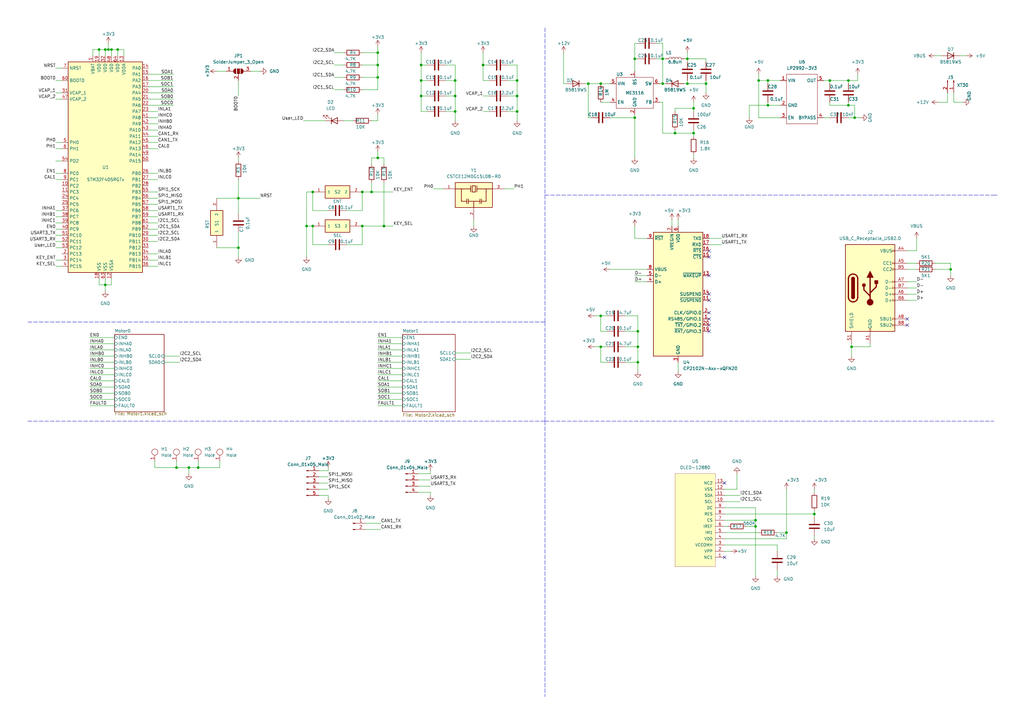
<source format=kicad_sch>
(kicad_sch (version 20211123) (generator eeschema)
  (paper "A3")
  (junction (at 97.79 101.6))
  (junction (at 322.58 218.44))
  (junction (at 125.73 92.71))
  (junction (at 45.72 20.32))
  (junction (at 154.94 26.67))
  (junction (at 246.38 34.29))
  (junction (at 212.09 39.37))
  (junction (at 198.12 26.67))
  (junction (at 154.94 21.59))
  (junction (at 309.88 215.9))
  (junction (at 309.88 213.36))
  (junction (at 43.18 116.84))
  (junction (at 40.64 20.32))
  (junction (at 44.45 20.32))
  (junction (at 172.72 39.37))
  (junction (at 97.79 81.28))
  (junction (at 347.98 33.02))
  (junction (at 152.4 78.74))
  (junction (at 314.96 33.02))
  (junction (at 128.27 78.74))
  (junction (at 349.25 142.24))
  (junction (at 212.09 33.02))
  (junction (at 281.94 24.13))
  (junction (at 334.01 210.82))
  (junction (at 261.62 135.89))
  (junction (at 48.26 20.32))
  (junction (at 72.39 191.77))
  (junction (at 148.59 78.74))
  (junction (at 157.48 92.71))
  (junction (at 154.94 31.75))
  (junction (at 128.27 92.71))
  (junction (at 260.35 24.13))
  (junction (at 340.36 33.02))
  (junction (at 389.89 110.49))
  (junction (at 314.96 43.18))
  (junction (at 246.38 129.54))
  (junction (at 148.59 92.71))
  (junction (at 284.48 54.61))
  (junction (at 261.62 148.59))
  (junction (at 81.28 191.77))
  (junction (at 289.56 34.29))
  (junction (at 271.78 24.13))
  (junction (at 311.15 33.02))
  (junction (at 347.98 43.18))
  (junction (at 241.3 34.29))
  (junction (at 212.09 45.72))
  (junction (at 246.38 142.24))
  (junction (at 172.72 33.02))
  (junction (at 43.18 20.32))
  (junction (at 271.78 34.29))
  (junction (at 260.35 48.26))
  (junction (at 284.48 44.45))
  (junction (at 77.47 191.77))
  (junction (at 350.52 48.26))
  (junction (at 186.69 45.72))
  (junction (at 261.62 142.24))
  (junction (at 281.94 34.29))
  (junction (at 154.94 64.77))
  (junction (at 186.69 39.37))
  (junction (at 172.72 26.67))
  (junction (at 276.86 54.61))
  (junction (at 186.69 33.02))
  (no_connect (at 290.83 120.65))
  (no_connect (at 290.83 128.27))
  (no_connect (at 290.83 133.35))
  (no_connect (at 290.83 105.41))
  (no_connect (at 372.11 130.81))
  (no_connect (at 290.83 123.19))
  (no_connect (at 290.83 130.81))
  (no_connect (at 290.83 102.87))
  (no_connect (at 297.18 228.6))
  (no_connect (at 297.18 198.12))
  (no_connect (at 290.83 135.89))
  (no_connect (at 290.83 113.03))
  (no_connect (at 372.11 133.35))
  (wire (pts (xy 97.79 81.28) (xy 106.68 81.28)))
  (wire (pts (xy 351.79 30.48) (xy 351.79 33.02)))
  (wire (pts (xy 322.58 220.98) (xy 322.58 218.44)))
  (wire (pts (xy 154.94 143.51) (xy 165.1 143.51)))
  (wire (pts (xy 372.11 110.49) (xy 375.92 110.49)))
  (wire (pts (xy 67.31 146.05) (xy 73.66 146.05)))
  (polyline (pts (xy 407.67 80.01) (xy 408.94 80.01)))
  (wire (pts (xy 40.64 20.32) (xy 40.64 22.86)))
  (wire (pts (xy 240.03 34.29) (xy 241.3 34.29)))
  (wire (pts (xy 186.69 39.37) (xy 186.69 45.72)))
  (wire (pts (xy 284.48 45.72) (xy 284.48 44.45)))
  (wire (pts (xy 60.96 93.98) (xy 64.77 93.98)))
  (wire (pts (xy 81.28 189.23) (xy 81.28 191.77)))
  (polyline (pts (xy 223.52 11.43) (xy 223.52 80.01)))
  (wire (pts (xy 64.77 53.34) (xy 60.96 53.34)))
  (wire (pts (xy 22.86 73.66) (xy 25.4 73.66)))
  (wire (pts (xy 67.31 148.59) (xy 73.66 148.59)))
  (wire (pts (xy 350.52 48.26) (xy 353.06 48.26)))
  (wire (pts (xy 60.96 86.36) (xy 64.77 86.36)))
  (polyline (pts (xy 223.52 172.72) (xy 223.52 285.75)))
  (wire (pts (xy 72.39 189.23) (xy 72.39 191.77)))
  (wire (pts (xy 271.78 24.13) (xy 273.05 24.13)))
  (wire (pts (xy 64.77 45.72) (xy 60.96 45.72)))
  (wire (pts (xy 134.62 193.04) (xy 134.62 191.77)))
  (wire (pts (xy 22.86 27.94) (xy 25.4 27.94)))
  (wire (pts (xy 278.13 90.17) (xy 278.13 92.71)))
  (wire (pts (xy 200.66 33.02) (xy 198.12 33.02)))
  (wire (pts (xy 207.01 77.47) (xy 210.82 77.47)))
  (wire (pts (xy 36.83 148.59) (xy 46.99 148.59)))
  (wire (pts (xy 43.18 114.3) (xy 43.18 116.84)))
  (wire (pts (xy 36.83 151.13) (xy 46.99 151.13)))
  (wire (pts (xy 241.3 34.29) (xy 246.38 34.29)))
  (wire (pts (xy 64.77 104.14) (xy 60.96 104.14)))
  (wire (pts (xy 281.94 34.29) (xy 281.94 33.02)))
  (wire (pts (xy 154.94 19.05) (xy 154.94 21.59)))
  (wire (pts (xy 134.62 198.12) (xy 130.81 198.12)))
  (wire (pts (xy 337.82 48.26) (xy 340.36 48.26)))
  (wire (pts (xy 281.94 21.59) (xy 281.94 24.13)))
  (wire (pts (xy 154.94 140.97) (xy 165.1 140.97)))
  (wire (pts (xy 280.67 34.29) (xy 281.94 34.29)))
  (wire (pts (xy 269.24 24.13) (xy 271.78 24.13)))
  (wire (pts (xy 140.97 49.53) (xy 144.78 49.53)))
  (wire (pts (xy 38.1 22.86) (xy 38.1 20.32)))
  (wire (pts (xy 372.11 102.87) (xy 375.92 102.87)))
  (wire (pts (xy 250.19 110.49) (xy 265.43 110.49)))
  (wire (pts (xy 22.86 60.96) (xy 25.4 60.96)))
  (wire (pts (xy 186.69 33.02) (xy 186.69 39.37)))
  (wire (pts (xy 148.59 36.83) (xy 154.94 36.83)))
  (wire (pts (xy 171.45 199.39) (xy 176.53 199.39)))
  (wire (pts (xy 171.45 194.31) (xy 176.53 194.31)))
  (wire (pts (xy 154.94 151.13) (xy 165.1 151.13)))
  (wire (pts (xy 297.18 220.98) (xy 322.58 220.98)))
  (wire (pts (xy 270.51 34.29) (xy 271.78 34.29)))
  (wire (pts (xy 97.79 81.28) (xy 97.79 87.63)))
  (wire (pts (xy 88.9 81.28) (xy 97.79 81.28)))
  (wire (pts (xy 22.86 33.02) (xy 25.4 33.02)))
  (wire (pts (xy 128.27 100.33) (xy 128.27 92.71)))
  (wire (pts (xy 36.83 153.67) (xy 46.99 153.67)))
  (wire (pts (xy 154.94 163.83) (xy 165.1 163.83)))
  (wire (pts (xy 22.86 91.44) (xy 25.4 91.44)))
  (wire (pts (xy 22.86 40.64) (xy 25.4 40.64)))
  (wire (pts (xy 276.86 54.61) (xy 284.48 54.61)))
  (wire (pts (xy 43.18 20.32) (xy 43.18 22.86)))
  (wire (pts (xy 350.52 43.18) (xy 350.52 48.26)))
  (wire (pts (xy 36.83 158.75) (xy 46.99 158.75)))
  (wire (pts (xy 311.15 48.26) (xy 320.04 48.26)))
  (wire (pts (xy 297.18 205.74) (xy 303.53 205.74)))
  (wire (pts (xy 22.86 101.6) (xy 25.4 101.6)))
  (wire (pts (xy 260.35 115.57) (xy 265.43 115.57)))
  (wire (pts (xy 36.83 146.05) (xy 46.99 146.05)))
  (wire (pts (xy 375.92 97.79) (xy 375.92 102.87)))
  (wire (pts (xy 260.35 24.13) (xy 260.35 29.21)))
  (wire (pts (xy 250.19 48.26) (xy 260.35 48.26)))
  (wire (pts (xy 198.12 26.67) (xy 200.66 26.67)))
  (wire (pts (xy 256.54 129.54) (xy 261.62 129.54)))
  (wire (pts (xy 36.83 161.29) (xy 46.99 161.29)))
  (wire (pts (xy 157.48 64.77) (xy 157.48 67.31)))
  (wire (pts (xy 340.36 43.18) (xy 347.98 43.18)))
  (wire (pts (xy 337.82 33.02) (xy 340.36 33.02)))
  (wire (pts (xy 198.12 39.37) (xy 200.66 39.37)))
  (wire (pts (xy 137.16 31.75) (xy 140.97 31.75)))
  (polyline (pts (xy 223.52 80.01) (xy 407.67 80.01)))
  (wire (pts (xy 148.59 92.71) (xy 157.48 92.71)))
  (wire (pts (xy 128.27 86.36) (xy 128.27 78.74)))
  (wire (pts (xy 154.94 161.29) (xy 165.1 161.29)))
  (wire (pts (xy 246.38 148.59) (xy 246.38 142.24)))
  (wire (pts (xy 289.56 34.29) (xy 289.56 38.1)))
  (wire (pts (xy 154.94 158.75) (xy 165.1 158.75)))
  (wire (pts (xy 154.94 62.23) (xy 154.94 64.77)))
  (wire (pts (xy 64.77 58.42) (xy 60.96 58.42)))
  (wire (pts (xy 246.38 34.29) (xy 250.19 34.29)))
  (wire (pts (xy 43.18 116.84) (xy 43.18 119.38)))
  (wire (pts (xy 271.78 24.13) (xy 271.78 34.29)))
  (wire (pts (xy 284.48 44.45) (xy 276.86 44.45)))
  (wire (pts (xy 186.69 144.78) (xy 193.04 144.78)))
  (wire (pts (xy 290.83 100.33) (xy 295.91 100.33)))
  (wire (pts (xy 44.45 17.78) (xy 44.45 20.32)))
  (wire (pts (xy 241.3 48.26) (xy 242.57 48.26)))
  (wire (pts (xy 311.15 48.26) (xy 311.15 33.02)))
  (wire (pts (xy 186.69 147.32) (xy 193.04 147.32)))
  (wire (pts (xy 256.54 135.89) (xy 261.62 135.89)))
  (wire (pts (xy 64.77 55.88) (xy 60.96 55.88)))
  (wire (pts (xy 241.3 34.29) (xy 241.3 48.26)))
  (wire (pts (xy 314.96 33.02) (xy 314.96 34.29)))
  (wire (pts (xy 77.47 191.77) (xy 81.28 191.77)))
  (wire (pts (xy 72.39 191.77) (xy 77.47 191.77)))
  (wire (pts (xy 38.1 20.32) (xy 40.64 20.32)))
  (wire (pts (xy 63.5 191.77) (xy 72.39 191.77)))
  (wire (pts (xy 391.16 38.1) (xy 391.16 41.91)))
  (wire (pts (xy 260.35 24.13) (xy 261.62 24.13)))
  (wire (pts (xy 64.77 73.66) (xy 60.96 73.66)))
  (wire (pts (xy 128.27 78.74) (xy 125.73 78.74)))
  (wire (pts (xy 172.72 33.02) (xy 172.72 39.37)))
  (wire (pts (xy 347.98 48.26) (xy 350.52 48.26)))
  (wire (pts (xy 22.86 88.9) (xy 25.4 88.9)))
  (wire (pts (xy 349.25 142.24) (xy 349.25 140.97)))
  (wire (pts (xy 154.94 148.59) (xy 165.1 148.59)))
  (wire (pts (xy 349.25 142.24) (xy 349.25 146.05)))
  (wire (pts (xy 383.54 110.49) (xy 389.89 110.49)))
  (wire (pts (xy 22.86 58.42) (xy 25.4 58.42)))
  (wire (pts (xy 208.28 45.72) (xy 212.09 45.72)))
  (wire (pts (xy 243.84 129.54) (xy 246.38 129.54)))
  (wire (pts (xy 322.58 200.66) (xy 322.58 218.44)))
  (wire (pts (xy 246.38 142.24) (xy 248.92 142.24)))
  (wire (pts (xy 372.11 118.11) (xy 375.92 118.11)))
  (wire (pts (xy 154.94 31.75) (xy 154.94 26.67)))
  (wire (pts (xy 148.59 86.36) (xy 148.59 78.74)))
  (wire (pts (xy 297.18 226.06) (xy 299.72 226.06)))
  (wire (pts (xy 130.81 193.04) (xy 134.62 193.04)))
  (wire (pts (xy 171.45 201.93) (xy 176.53 201.93)))
  (wire (pts (xy 154.94 36.83) (xy 154.94 31.75)))
  (wire (pts (xy 22.86 96.52) (xy 25.4 96.52)))
  (wire (pts (xy 149.86 217.17) (xy 156.21 217.17)))
  (wire (pts (xy 171.45 196.85) (xy 176.53 196.85)))
  (wire (pts (xy 176.53 194.31) (xy 176.53 193.04)))
  (wire (pts (xy 125.73 78.74) (xy 125.73 92.71)))
  (wire (pts (xy 175.26 26.67) (xy 172.72 26.67)))
  (wire (pts (xy 212.09 45.72) (xy 212.09 49.53)))
  (wire (pts (xy 22.86 86.36) (xy 25.4 86.36)))
  (wire (pts (xy 22.86 93.98) (xy 25.4 93.98)))
  (wire (pts (xy 302.26 194.31) (xy 302.26 200.66)))
  (wire (pts (xy 208.28 26.67) (xy 212.09 26.67)))
  (wire (pts (xy 284.48 63.5) (xy 284.48 64.77)))
  (wire (pts (xy 157.48 92.71) (xy 161.29 92.71)))
  (wire (pts (xy 88.9 29.21) (xy 92.71 29.21)))
  (wire (pts (xy 97.79 73.66) (xy 97.79 81.28)))
  (wire (pts (xy 281.94 24.13) (xy 281.94 25.4)))
  (wire (pts (xy 40.64 114.3) (xy 40.64 116.84)))
  (wire (pts (xy 334.01 200.66) (xy 334.01 201.93)))
  (wire (pts (xy 63.5 189.23) (xy 63.5 191.77)))
  (wire (pts (xy 137.16 26.67) (xy 140.97 26.67)))
  (wire (pts (xy 137.16 21.59) (xy 140.97 21.59)))
  (wire (pts (xy 314.96 43.18) (xy 320.04 43.18)))
  (wire (pts (xy 356.87 142.24) (xy 349.25 142.24)))
  (wire (pts (xy 124.46 49.53) (xy 133.35 49.53)))
  (wire (pts (xy 256.54 148.59) (xy 261.62 148.59)))
  (wire (pts (xy 44.45 20.32) (xy 45.72 20.32)))
  (wire (pts (xy 22.86 71.12) (xy 25.4 71.12)))
  (wire (pts (xy 71.12 30.48) (xy 60.96 30.48)))
  (wire (pts (xy 265.43 97.79) (xy 260.35 97.79)))
  (wire (pts (xy 71.12 40.64) (xy 60.96 40.64)))
  (wire (pts (xy 260.35 17.78) (xy 260.35 24.13)))
  (wire (pts (xy 64.77 109.22) (xy 60.96 109.22)))
  (wire (pts (xy 130.81 203.2) (xy 134.62 203.2)))
  (wire (pts (xy 64.77 83.82) (xy 60.96 83.82)))
  (wire (pts (xy 383.54 22.86) (xy 386.08 22.86)))
  (wire (pts (xy 43.18 116.84) (xy 45.72 116.84)))
  (polyline (pts (xy 11.43 172.72) (xy 223.52 172.72)))
  (wire (pts (xy 372.11 115.57) (xy 375.92 115.57)))
  (wire (pts (xy 194.31 90.17) (xy 194.31 92.71)))
  (wire (pts (xy 289.56 33.02) (xy 289.56 34.29)))
  (wire (pts (xy 22.86 38.1) (xy 25.4 38.1)))
  (wire (pts (xy 271.78 54.61) (xy 276.86 54.61)))
  (wire (pts (xy 97.79 64.77) (xy 97.79 66.04)))
  (wire (pts (xy 152.4 64.77) (xy 154.94 64.77)))
  (wire (pts (xy 50.8 20.32) (xy 50.8 22.86)))
  (wire (pts (xy 297.18 200.66) (xy 302.26 200.66)))
  (wire (pts (xy 284.48 54.61) (xy 284.48 55.88)))
  (wire (pts (xy 152.4 74.93) (xy 152.4 78.74)))
  (wire (pts (xy 297.18 215.9) (xy 298.45 215.9)))
  (wire (pts (xy 322.58 218.44) (xy 318.77 218.44)))
  (wire (pts (xy 97.79 33.02) (xy 97.79 39.37)))
  (wire (pts (xy 149.86 214.63) (xy 156.21 214.63)))
  (wire (pts (xy 142.24 100.33) (xy 148.59 100.33)))
  (wire (pts (xy 384.81 41.91) (xy 388.62 41.91)))
  (wire (pts (xy 172.72 39.37) (xy 172.72 45.72)))
  (wire (pts (xy 134.62 195.58) (xy 130.81 195.58)))
  (wire (pts (xy 172.72 39.37) (xy 175.26 39.37)))
  (wire (pts (xy 64.77 48.26) (xy 60.96 48.26)))
  (wire (pts (xy 64.77 78.74) (xy 60.96 78.74)))
  (wire (pts (xy 172.72 26.67) (xy 172.72 33.02)))
  (wire (pts (xy 307.34 43.18) (xy 307.34 48.26)))
  (wire (pts (xy 297.18 203.2) (xy 303.53 203.2)))
  (wire (pts (xy 271.78 17.78) (xy 271.78 24.13)))
  (wire (pts (xy 314.96 41.91) (xy 314.96 43.18)))
  (wire (pts (xy 154.94 64.77) (xy 157.48 64.77)))
  (wire (pts (xy 246.38 41.91) (xy 250.19 41.91)))
  (wire (pts (xy 134.62 203.2) (xy 134.62 204.47)))
  (wire (pts (xy 81.28 191.77) (xy 90.17 191.77)))
  (wire (pts (xy 356.87 140.97) (xy 356.87 142.24)))
  (wire (pts (xy 261.62 148.59) (xy 261.62 152.4)))
  (wire (pts (xy 388.62 38.1) (xy 388.62 41.91)))
  (wire (pts (xy 142.24 86.36) (xy 148.59 86.36)))
  (wire (pts (xy 182.88 26.67) (xy 186.69 26.67)))
  (wire (pts (xy 134.62 86.36) (xy 128.27 86.36)))
  (wire (pts (xy 198.12 26.67) (xy 198.12 33.02)))
  (wire (pts (xy 261.62 17.78) (xy 260.35 17.78)))
  (wire (pts (xy 261.62 135.89) (xy 261.62 142.24)))
  (wire (pts (xy 334.01 209.55) (xy 334.01 210.82)))
  (wire (pts (xy 36.83 166.37) (xy 46.99 166.37)))
  (wire (pts (xy 71.12 43.18) (xy 60.96 43.18)))
  (wire (pts (xy 152.4 67.31) (xy 152.4 64.77)))
  (wire (pts (xy 40.64 116.84) (xy 43.18 116.84)))
  (wire (pts (xy 43.18 20.32) (xy 44.45 20.32)))
  (wire (pts (xy 309.88 213.36) (xy 309.88 215.9)))
  (wire (pts (xy 64.77 71.12) (xy 60.96 71.12)))
  (wire (pts (xy 309.88 215.9) (xy 309.88 236.22)))
  (wire (pts (xy 271.78 41.91) (xy 271.78 54.61)))
  (wire (pts (xy 154.94 21.59) (xy 148.59 21.59)))
  (wire (pts (xy 71.12 33.02) (xy 60.96 33.02)))
  (wire (pts (xy 60.96 88.9) (xy 64.77 88.9)))
  (wire (pts (xy 256.54 142.24) (xy 261.62 142.24)))
  (wire (pts (xy 311.15 30.48) (xy 311.15 33.02)))
  (wire (pts (xy 198.12 21.59) (xy 198.12 26.67)))
  (wire (pts (xy 276.86 53.34) (xy 276.86 54.61)))
  (wire (pts (xy 186.69 45.72) (xy 186.69 49.53)))
  (wire (pts (xy 172.72 21.59) (xy 172.72 26.67)))
  (wire (pts (xy 261.62 142.24) (xy 261.62 148.59)))
  (wire (pts (xy 248.92 135.89) (xy 246.38 135.89)))
  (wire (pts (xy 22.86 66.04) (xy 25.4 66.04)))
  (wire (pts (xy 154.94 138.43) (xy 165.1 138.43)))
  (wire (pts (xy 278.13 148.59) (xy 278.13 152.4)))
  (wire (pts (xy 22.86 106.68) (xy 25.4 106.68)))
  (wire (pts (xy 383.54 107.95) (xy 389.89 107.95)))
  (wire (pts (xy 340.36 33.02) (xy 347.98 33.02)))
  (wire (pts (xy 340.36 33.02) (xy 340.36 34.29)))
  (wire (pts (xy 389.89 107.95) (xy 389.89 110.49)))
  (wire (pts (xy 154.94 146.05) (xy 165.1 146.05)))
  (wire (pts (xy 36.83 163.83) (xy 46.99 163.83)))
  (wire (pts (xy 45.72 114.3) (xy 45.72 116.84)))
  (wire (pts (xy 157.48 74.93) (xy 157.48 92.71)))
  (wire (pts (xy 64.77 106.68) (xy 60.96 106.68)))
  (wire (pts (xy 269.24 17.78) (xy 271.78 17.78)))
  (wire (pts (xy 289.56 25.4) (xy 289.56 24.13)))
  (wire (pts (xy 212.09 26.67) (xy 212.09 33.02)))
  (wire (pts (xy 281.94 34.29) (xy 289.56 34.29)))
  (wire (pts (xy 347.98 43.18) (xy 350.52 43.18)))
  (wire (pts (xy 90.17 191.77) (xy 90.17 189.23)))
  (wire (pts (xy 60.96 99.06) (xy 64.77 99.06)))
  (wire (pts (xy 88.9 101.6) (xy 97.79 101.6)))
  (wire (pts (xy 260.35 46.99) (xy 260.35 48.26)))
  (wire (pts (xy 36.83 143.51) (xy 46.99 143.51)))
  (wire (pts (xy 318.77 233.68) (xy 318.77 236.22)))
  (wire (pts (xy 320.04 33.02) (xy 314.96 33.02)))
  (wire (pts (xy 48.26 20.32) (xy 48.26 22.86)))
  (wire (pts (xy 77.47 191.77) (xy 77.47 194.31)))
  (wire (pts (xy 176.53 201.93) (xy 176.53 203.2)))
  (wire (pts (xy 154.94 49.53) (xy 152.4 49.53)))
  (wire (pts (xy 125.73 92.71) (xy 125.73 105.41)))
  (wire (pts (xy 276.86 44.45) (xy 276.86 45.72)))
  (wire (pts (xy 246.38 129.54) (xy 248.92 129.54)))
  (wire (pts (xy 148.59 31.75) (xy 154.94 31.75)))
  (wire (pts (xy 297.18 210.82) (xy 334.01 210.82)))
  (wire (pts (xy 154.94 26.67) (xy 154.94 21.59)))
  (wire (pts (xy 297.18 208.28) (xy 309.88 208.28)))
  (wire (pts (xy 297.18 218.44) (xy 311.15 218.44)))
  (wire (pts (xy 243.84 142.24) (xy 246.38 142.24)))
  (wire (pts (xy 246.38 129.54) (xy 246.38 135.89)))
  (wire (pts (xy 275.59 90.17) (xy 275.59 92.71)))
  (wire (pts (xy 297.18 223.52) (xy 318.77 223.52)))
  (wire (pts (xy 231.14 34.29) (xy 232.41 34.29)))
  (wire (pts (xy 175.26 45.72) (xy 172.72 45.72)))
  (wire (pts (xy 309.88 208.28) (xy 309.88 213.36)))
  (wire (pts (xy 148.59 100.33) (xy 148.59 92.71)))
  (wire (pts (xy 347.98 43.18) (xy 347.98 41.91)))
  (wire (pts (xy 71.12 35.56) (xy 60.96 35.56)))
  (wire (pts (xy 182.88 45.72) (xy 186.69 45.72)))
  (polyline (pts (xy 223.52 172.72) (xy 407.67 172.72)))
  (wire (pts (xy 172.72 33.02) (xy 175.26 33.02)))
  (wire (pts (xy 97.79 95.25) (xy 97.79 101.6)))
  (wire (pts (xy 271.78 34.29) (xy 273.05 34.29)))
  (wire (pts (xy 134.62 200.66) (xy 130.81 200.66)))
  (wire (pts (xy 309.88 215.9) (xy 306.07 215.9)))
  (wire (pts (xy 186.69 26.67) (xy 186.69 33.02)))
  (wire (pts (xy 347.98 33.02) (xy 347.98 34.29)))
  (wire (pts (xy 347.98 33.02) (xy 351.79 33.02)))
  (wire (pts (xy 64.77 60.96) (xy 60.96 60.96)))
  (polyline (pts (xy 11.43 132.08) (xy 223.52 132.08)))
  (wire (pts (xy 45.72 20.32) (xy 48.26 20.32)))
  (wire (pts (xy 208.28 33.02) (xy 212.09 33.02)))
  (wire (pts (xy 372.11 120.65) (xy 375.92 120.65)))
  (wire (pts (xy 284.48 53.34) (xy 284.48 54.61)))
  (wire (pts (xy 372.11 107.95) (xy 375.92 107.95)))
  (wire (pts (xy 182.88 33.02) (xy 186.69 33.02)))
  (wire (pts (xy 152.4 78.74) (xy 161.29 78.74)))
  (wire (pts (xy 389.89 110.49) (xy 389.89 113.03)))
  (wire (pts (xy 212.09 39.37) (xy 212.09 45.72)))
  (wire (pts (xy 36.83 140.97) (xy 46.99 140.97)))
  (wire (pts (xy 64.77 81.28) (xy 60.96 81.28)))
  (wire (pts (xy 137.16 36.83) (xy 140.97 36.83)))
  (wire (pts (xy 212.09 33.02) (xy 212.09 39.37)))
  (wire (pts (xy 60.96 96.52) (xy 64.77 96.52)))
  (wire (pts (xy 60.96 91.44) (xy 64.77 91.44)))
  (wire (pts (xy 261.62 129.54) (xy 261.62 135.89)))
  (wire (pts (xy 260.35 113.03) (xy 265.43 113.03)))
  (wire (pts (xy 311.15 33.02) (xy 314.96 33.02)))
  (wire (pts (xy 154.94 166.37) (xy 165.1 166.37)))
  (wire (pts (xy 284.48 41.91) (xy 284.48 44.45)))
  (wire (pts (xy 22.86 99.06) (xy 25.4 99.06)))
  (wire (pts (xy 290.83 97.79) (xy 295.91 97.79)))
  (polyline (pts (xy 223.52 80.01) (xy 223.52 132.08)))
  (wire (pts (xy 182.88 39.37) (xy 186.69 39.37)))
  (wire (pts (xy 64.77 50.8) (xy 60.96 50.8)))
  (wire (pts (xy 198.12 45.72) (xy 200.66 45.72)))
  (wire (pts (xy 297.18 213.36) (xy 309.88 213.36)))
  (wire (pts (xy 340.36 41.91) (xy 340.36 43.18)))
  (wire (pts (xy 260.35 48.26) (xy 260.35 64.77)))
  (wire (pts (xy 280.67 24.13) (xy 281.94 24.13)))
  (wire (pts (xy 307.34 43.18) (xy 314.96 43.18)))
  (wire (pts (xy 154.94 156.21) (xy 165.1 156.21)))
  (wire (pts (xy 36.83 138.43) (xy 46.99 138.43)))
  (wire (pts (xy 334.01 219.71) (xy 334.01 220.98)))
  (wire (pts (xy 391.16 41.91) (xy 394.97 41.91)))
  (wire (pts (xy 248.92 148.59) (xy 246.38 148.59)))
  (wire (pts (xy 334.01 210.82) (xy 334.01 212.09)))
  (wire (pts (xy 260.35 92.71) (xy 260.35 97.79)))
  (wire (pts (xy 71.12 38.1) (xy 60.96 38.1)))
  (wire (pts (xy 177.8 77.47) (xy 181.61 77.47)))
  (wire (pts (xy 281.94 24.13) (xy 289.56 24.13)))
  (wire (pts (xy 125.73 92.71) (xy 128.27 92.71)))
  (wire (pts (xy 270.51 41.91) (xy 271.78 41.91)))
  (wire (pts (xy 102.87 29.21) (xy 106.68 29.21)))
  (wire (pts (xy 134.62 100.33) (xy 128.27 100.33)))
  (wire (pts (xy 154.94 46.99) (xy 154.94 49.53)))
  (wire (pts (xy 45.72 20.32) (xy 45.72 22.86)))
  (wire (pts (xy 231.14 21.59) (xy 231.14 34.29)))
  (wire (pts (xy 97.79 101.6) (xy 97.79 105.41)))
  (wire (pts (xy 22.86 109.22) (xy 25.4 109.22)))
  (polyline (pts (xy 223.52 132.08) (xy 223.52 172.72)))
  (wire (pts (xy 154.94 153.67) (xy 165.1 153.67)))
  (wire (pts (xy 148.59 26.67) (xy 154.94 26.67)))
  (wire (pts (xy 40.64 20.32) (xy 43.18 20.32)))
  (wire (pts (xy 372.11 123.19) (xy 375.92 123.19)))
  (wire (pts (xy 36.83 156.21) (xy 46.99 156.21)))
  (wire (pts (xy 393.7 22.86) (xy 396.24 22.86)))
  (wire (pts (xy 208.28 39.37) (xy 212.09 39.37)))
  (wire (pts (xy 318.77 223.52) (xy 318.77 226.06)))
  (wire (pts (xy 148.59 78.74) (xy 152.4 78.74)))
  (wire (pts (xy 48.26 20.32) (xy 50.8 20.32)))
  (label "FAULT1" (at 154.94 166.37 0))
  (label "INLB0" (at 64.77 71.12 0))
  (label "BOOT0" (at 22.86 33.02 180))
  (label "User_LED" (at 124.46 49.53 180))
  (label "VCAP_2" (at 198.12 45.72 180))
  (label "SOB1" (at 71.12 33.02 180))
  (label "PH1" (at 22.86 60.96 180))
  (label "VCAP_1" (at 198.12 39.37 180))
  (label "INHA1" (at 22.86 86.36 180))
  (label "CAN1_TX" (at 156.21 214.63 0))
  (label "CAN1_TX" (at 64.77 58.42 0))
  (label "I2C1_SCL" (at 64.77 91.44 0))
  (label "INLC1" (at 154.94 153.67 0))
  (label "INHC0" (at 36.83 151.13 0))
  (label "I2C2_SDA" (at 137.16 21.59 180))
  (label "INHA0" (at 36.83 140.97 0))
  (label "USART3_TX" (at 176.53 199.39 0))
  (label "INLA1" (at 154.94 143.51 0))
  (label "VCAP_1" (at 22.86 38.1 180))
  (label "SOB1" (at 154.94 161.29 0))
  (label "D-" (at 375.92 115.57 0))
  (label "SOA1" (at 71.12 30.48 180))
  (label "INHC1" (at 154.94 151.13 0))
  (label "I2C2_SCL" (at 64.77 96.52 0))
  (label "CAL1" (at 154.94 156.21 0))
  (label "I2C1_SDA" (at 137.16 31.75 180))
  (label "D-" (at 375.92 118.11 0))
  (label "USART1_TX" (at 295.91 100.33 0))
  (label "I2C1_SDA" (at 64.77 93.98 0))
  (label "SPI1_SCK" (at 134.62 200.66 0))
  (label "USART3_TX" (at 22.86 96.52 180))
  (label "INLA0" (at 64.77 104.14 0))
  (label "KEY_SEL" (at 161.29 92.71 0))
  (label "I2C2_SDA" (at 73.66 148.59 0))
  (label "I2C1_SCL" (at 303.53 205.74 0))
  (label "INLC1" (at 64.77 109.22 0))
  (label "USART1_RX" (at 64.77 88.9 0))
  (label "BOOT0" (at 97.79 39.37 270))
  (label "I2C2_SCL" (at 137.16 26.67 180))
  (label "INLA0" (at 36.83 143.51 0))
  (label "EN1" (at 154.94 138.43 0))
  (label "SOC1" (at 154.94 163.83 0))
  (label "PH1" (at 210.82 77.47 0))
  (label "CAL1" (at 22.86 73.66 180))
  (label "SPI1_MOSI" (at 134.62 195.58 0))
  (label "USART1_RX" (at 295.91 97.79 0))
  (label "SPI1_MISO" (at 134.62 198.12 0))
  (label "EN1" (at 22.86 71.12 180))
  (label "INHC1" (at 22.86 91.44 180))
  (label "SPI1_SCK" (at 64.77 78.74 0))
  (label "INHC0" (at 64.77 48.26 0))
  (label "KEY_SEL" (at 22.86 109.22 180))
  (label "SOC1" (at 71.12 35.56 180))
  (label "KEY_ENT" (at 161.29 78.74 0))
  (label "SOB0" (at 71.12 40.64 180))
  (label "User_LED" (at 22.86 101.6 180))
  (label "I2C2_SDA" (at 64.77 99.06 0))
  (label "INHA1" (at 154.94 140.97 0))
  (label "I2C2_SCL" (at 193.04 144.78 0))
  (label "INLB1" (at 154.94 148.59 0))
  (label "CAL0" (at 64.77 60.96 0))
  (label "PH0" (at 22.86 58.42 180))
  (label "INHB0" (at 36.83 146.05 0))
  (label "D+" (at 375.92 123.19 0))
  (label "FAULT0" (at 36.83 166.37 0))
  (label "I2C1_SCL" (at 137.16 36.83 180))
  (label "USART3_RX" (at 22.86 99.06 180))
  (label "INLB1" (at 64.77 106.68 0))
  (label "INHB1" (at 22.86 88.9 180))
  (label "USART3_RX" (at 176.53 196.85 0))
  (label "EN0" (at 22.86 93.98 180))
  (label "CAN1_RX" (at 156.21 217.17 0))
  (label "VCAP_2" (at 22.86 40.64 180))
  (label "SPI1_MOSI" (at 64.77 83.82 0))
  (label "D+" (at 260.35 115.57 0))
  (label "PH0" (at 177.8 77.47 180))
  (label "EN0" (at 36.83 138.43 0))
  (label "I2C2_SDA" (at 193.04 147.32 0))
  (label "INLA1" (at 64.77 45.72 0))
  (label "SPI1_MISO" (at 64.77 81.28 0))
  (label "SOC0" (at 36.83 163.83 0))
  (label "D-" (at 260.35 113.03 0))
  (label "NRST" (at 22.86 27.94 180))
  (label "I2C1_SDA" (at 303.53 203.2 0))
  (label "INHB1" (at 154.94 146.05 0))
  (label "INLC0" (at 64.77 73.66 0))
  (label "INLB0" (at 36.83 148.59 0))
  (label "NRST" (at 106.68 81.28 0))
  (label "D+" (at 375.92 120.65 0))
  (label "SOA1" (at 154.94 158.75 0))
  (label "CAL0" (at 36.83 156.21 0))
  (label "SOA0" (at 36.83 158.75 0))
  (label "INHB0" (at 64.77 50.8 0))
  (label "SOC0" (at 71.12 43.18 180))
  (label "SOA0" (at 71.12 38.1 180))
  (label "I2C2_SCL" (at 73.66 146.05 0))
  (label "SOB0" (at 36.83 161.29 0))
  (label "INLC0" (at 36.83 153.67 0))
  (label "USART1_TX" (at 64.77 86.36 0))
  (label "KEY_ENT" (at 22.86 106.68 180))
  (label "CAN1_RX" (at 64.77 55.88 0))
  (label "INHA0" (at 64.77 53.34 0))
  (symbol (lib_id "Device:C") (at 344.17 48.26 270) (unit 1)
    (property "Reference" "C32" (at 340.36 46.99 90) (effects (justify left)))
    (property "Value" "10nF" (at 345.44 46.99 90) (effects (justify left)))
    (property "Footprint" "Capacitor_SMD:C_0402_1005Metric" (effects hide))
  )
  (symbol (lib_id "Device:C") (at 252.73 135.89 90) (unit 1)
    (property "Reference" "C20" (at 250.19 134.62 90))
    (property "Value" "0.1uF" (at 256.54 134.62 90))
    (property "Footprint" "Capacitor_SMD:C_0402_1005Metric" (effects hide))
  )
  (symbol (lib_id "Device:C") (at 284.48 49.53 0) (unit 1)
    (property "Reference" "C26" (at 285.75 52.07 0) (effects (justify left)))
    (property "Value" "100pF" (at 285.75 46.99 0) (effects (justify left)))
    (property "Footprint" "Capacitor_SMD:C_0402_1005Metric" (effects hide))
  )
  (symbol (lib_id "Device:C") (at 252.73 129.54 90) (unit 1)
    (property "Reference" "C19" (at 250.19 128.27 90))
    (property "Value" "4.7uF" (at 256.54 128.27 90))
    (property "Footprint" "Capacitor_SMD:C_0402_1005Metric" (effects hide))
  )
  (symbol (lib_id "Device:C") (at 340.36 38.1 0) (unit 1)
    (property "Reference" "C31" (at 340.36 40.64 0) (effects (justify left)))
    (property "Value" "0.1uF" (at 340.36 35.56 0) (effects (justify left)))
    (property "Footprint" "Capacitor_SMD:C_0402_1005Metric" (effects hide))
  )
  (symbol (lib_id "Device:L") (at 276.86 24.13 90) (unit 1)
    (property "Reference" "L1" (at 274.32 21.59 90))
    (property "Value" "6.8uH" (at 276.86 25.4 90))
    (property "Footprint" "Inductor_SMD:L_0805_2012Metric" (effects hide))
  )
  (symbol (lib_id "Device:C") (at 97.79 91.44 0) (unit 1)
    (property "Reference" "C7" (at 99.06 93.98 90))
    (property "Value" "0.1uF" (at 101.6 91.44 90))
    (property "Footprint" "Capacitor_SMD:C_0402_1005Metric" (effects hide))
  )
  (symbol (lib_id "Device:D") (at 276.86 34.29 0) (unit 1)
    (property "Reference" "D4" (at 274.32 33.02 0))
    (property "Value" "B5819WS" (at 276.86 36.83 0))
    (property "Footprint" "Diode_SMD:D_SOD-323" (effects hide))
  )
  (symbol (lib_id "power:+3.3V") (at 334.01 200.66 0) (unit 1)
    (property "Reference" "#PWR047" (effects hide))
    (property "Value" "+3.3V" (at 336.55 196.85 0))
  )
  (symbol (lib_id "UserLIB:Hole") (at 63.5 185.42 0) (unit 1)
    (property "Reference" "H1" (at 66.04 184.1499 0) (effects (justify left)))
    (property "Value" "Hole" (at 66.04 186.6899 0) (effects (justify left)))
    (property "Footprint" "Userlib:Hole" (effects hide))
  )
  (symbol (lib_id "UserLIB:OLED-12880") (at 285.75 213.36 0) (unit 1)
    (property "Reference" "U5" (at 285.115 189.23 0))
    (property "Value" "OLED-12880" (at 285.115 191.77 0))
    (property "Footprint" "Userlib:OLED-12880" (effects hide))
    (property "uuid" "std:08bd385c978a42708c3d04abfcfa1c6f" (effects hide))
  )
  (symbol (lib_id "Device:R") (at 97.79 69.85 0) (unit 1)
    (property "Reference" "R3" (at 97.79 71.12 90) (effects (justify left)))
    (property "Value" "10K" (at 100.33 71.12 90) (effects (justify left)))
    (property "Footprint" "Resistor_SMD:R_0402_1005Metric" (effects hide))
  )
  (symbol (lib_id "power:+3.3V") (at 172.72 21.59 0) (unit 1)
    (property "Reference" "#PWR021" (effects hide))
    (property "Value" "+3.3V" (at 172.72 17.78 0))
  )
  (symbol (lib_id "UserLIB:CSTCE12M0G15L08-R0") (at 194.31 80.01 0) (unit 1)
    (property "Reference" "Y1" (at 194.31 69.85 0))
    (property "Value" "CSTCE12M0G15L08-R0" (at 194.31 72.39 0))
    (property "Footprint" "Crystal:OSC_CSTCE12M0G15L08-R0" (effects hide))
    (property "MAXIMUM_PACKAGE_HEIGHT" "0.80mm" (effects hide))
    (property "MANUFACTURER" "Murata" (effects hide))
    (property "PARTREV" "May 7, 2019" (effects hide))
    (property "STANDARD" "Manufacturer Recommendations" (effects hide))
  )
  (symbol (lib_id "Device:C") (at 281.94 29.21 180) (unit 1)
    (property "Reference" "C25" (at 285.75 26.67 0) (effects (justify left)))
    (property "Value" "0.1uF" (at 288.29 31.75 0) (effects (justify left)))
    (property "Footprint" "Capacitor_SMD:C_0402_1005Metric" (effects hide))
  )
  (symbol (lib_id "power:+3.3V") (at 134.62 191.77 0) (unit 1)
    (property "Reference" "#PWR0102" (effects hide))
    (property "Value" "+3.3V" (at 134.62 187.96 0))
  )
  (symbol (lib_id "power:+3.3V") (at 278.13 90.17 0) (unit 1)
    (property "Reference" "#PWR034" (effects hide))
    (property "Value" "+3.3V" (at 280.67 86.36 0))
  )
  (symbol (lib_id "Device:C") (at 347.98 38.1 0) (unit 1)
    (property "Reference" "C33" (at 347.98 40.64 0) (effects (justify left)))
    (property "Value" "10uF" (at 347.98 35.56 0) (effects (justify left)))
    (property "Footprint" "Capacitor_SMD:C_0402_1005Metric" (effects hide))
  )
  (symbol (lib_id "Connector:Conn_01x04_Male") (at 166.37 196.85 0) (unit 1)
    (property "Reference" "J9" (at 167.005 189.23 0))
    (property "Value" "Conn_01x04_Male" (at 167.005 191.77 0))
    (property "Footprint" "Connector_JST:JST_SUR_SM04B-SURS-TF_1x04-1MP_P0.80mm_Horizontal" (effects hide))
  )
  (symbol (lib_id "Device:D") (at 389.89 22.86 180) (unit 1)
    (property "Reference" "D7" (at 389.89 20.32 0))
    (property "Value" "B5819WS" (at 389.89 25.4 0))
    (property "Footprint" "Diode_SMD:D_SOD-323" (effects hide))
  )
  (symbol (lib_id "power:GND") (at 334.01 220.98 0) (unit 1)
    (property "Reference" "#PWR048" (effects hide))
    (property "Value" "GND" (at 336.55 222.2499 0) (effects (justify left)))
  )
  (symbol (lib_id "power:+3.3V") (at 154.94 62.23 0) (unit 1)
    (property "Reference" "#PWR020" (effects hide))
    (property "Value" "+3.3V" (at 154.94 58.42 0))
  )
  (symbol (lib_id "Device:C") (at 334.01 215.9 0) (unit 1)
    (property "Reference" "C30" (at 337.82 214.6299 0) (effects (justify left)))
    (property "Value" "10uF" (at 337.82 217.1699 0) (effects (justify left)))
    (property "Footprint" "Capacitor_SMD:C_0402_1005Metric" (effects hide))
  )
  (symbol (lib_id "power:+3.3V") (at 322.58 200.66 0) (unit 1)
    (property "Reference" "#PWR046" (effects hide))
    (property "Value" "+3.3V" (at 325.12 196.85 0))
  )
  (symbol (lib_id "Device:R") (at 152.4 71.12 0) (unit 1)
    (property "Reference" "R12" (at 152.4 72.39 90) (effects (justify left)))
    (property "Value" "10K" (at 154.94 73.66 90) (effects (justify left)))
    (property "Footprint" "Resistor_SMD:R_0402_1005Metric" (effects hide))
  )
  (symbol (lib_id "Device:R") (at 276.86 49.53 0) (unit 1)
    (property "Reference" "R15" (at 276.86 50.8 90) (effects (justify left)))
    (property "Value" "10K" (at 279.4 52.07 90) (effects (justify left)))
    (property "Footprint" "Resistor_SMD:R_0402_1005Metric" (effects hide))
  )
  (symbol (lib_id "Device:R") (at 144.78 36.83 90) (unit 1)
    (property "Reference" "R10" (at 146.05 36.83 90) (effects (justify left)))
    (property "Value" "4.7K" (at 146.05 39.37 90) (effects (justify left)))
    (property "Footprint" "Resistor_SMD:R_0402_1005Metric" (effects hide))
  )
  (symbol (lib_id "Connector:USB_C_Receptacle_USB2.0") (at 356.87 118.11 0) (unit 1)
    (property "Reference" "J2" (at 356.87 95.25 0))
    (property "Value" "USB_C_Receptacle_USB2.0" (at 356.87 97.79 0))
    (property "Footprint" "Connector_USB:USB_C_Receptacle_Palconn_UTC16-G" (effects hide))
    (property "Datasheet" "https://www.usb.org/sites/default/files/documents/usb_type-c.zip" (effects hide))
  )
  (symbol (lib_id "power:GND") (at 349.25 146.05 0) (unit 1)
    (property "Reference" "#PWR049" (effects hide))
    (property "Value" "GND" (at 349.25 151.13 0))
  )
  (symbol (lib_id "Device:C") (at 138.43 100.33 270) (unit 1)
    (property "Reference" "C9" (at 135.89 99.06 90))
    (property "Value" "0.1uF" (at 142.24 99.06 90))
    (property "Footprint" "Capacitor_SMD:C_0402_1005Metric" (effects hide))
  )
  (symbol (lib_id "Device:C") (at 204.47 45.72 270) (unit 1)
    (property "Reference" "C17" (at 201.93 44.45 90))
    (property "Value" "2.2uF" (at 208.28 44.45 90))
    (property "Footprint" "Capacitor_SMD:C_0402_1005Metric" (effects hide))
  )
  (symbol (lib_id "power:GND") (at 284.48 64.77 0) (unit 1)
    (property "Reference" "#PWR038" (effects hide))
    (property "Value" "GND" (at 284.48 69.85 0))
  )
  (symbol (lib_id "Device:R") (at 246.38 38.1 0) (unit 1)
    (property "Reference" "R14" (at 246.38 39.37 90) (effects (justify left)))
    (property "Value" "1M" (at 248.92 39.3699 90) (effects (justify left)))
    (property "Footprint" "Resistor_SMD:R_0402_1005Metric" (effects hide))
  )
  (symbol (lib_id "power:+3.3V") (at 154.94 19.05 0) (unit 1)
    (property "Reference" "#PWR017" (effects hide))
    (property "Value" "+3.3V" (at 154.94 15.24 0))
  )
  (symbol (lib_id "power:GND") (at 77.47 194.31 0) (unit 1)
    (property "Reference" "#PWR063" (effects hide))
    (property "Value" "GND" (at 77.47 199.39 0))
  )
  (symbol (lib_id "power:GND") (at 125.73 105.41 0) (unit 1)
    (property "Reference" "#PWR016" (effects hide))
    (property "Value" "GND" (at 125.73 110.49 0))
  )
  (symbol (lib_id "Device:C") (at 204.47 33.02 270) (unit 1)
    (property "Reference" "C15" (at 201.93 31.75 90))
    (property "Value" "0.1uF" (at 208.28 31.75 90))
    (property "Footprint" "Capacitor_SMD:C_0402_1005Metric" (effects hide))
  )
  (symbol (lib_id "Device:R") (at 379.73 107.95 90) (unit 1)
    (property "Reference" "R20" (at 379.73 107.95 90))
    (property "Value" "5K1" (at 379.73 105.41 90))
    (property "Footprint" "Resistor_SMD:R_0402_1005Metric" (effects hide))
  )
  (symbol (lib_id "Device:C") (at 179.07 45.72 270) (unit 1)
    (property "Reference" "C13" (at 176.53 44.45 90))
    (property "Value" "0.1uF" (at 182.88 44.45 90))
    (property "Footprint" "Capacitor_SMD:C_0402_1005Metric" (effects hide))
  )
  (symbol (lib_id "Device:C") (at 138.43 86.36 270) (unit 1)
    (property "Reference" "C8" (at 135.89 85.09 90))
    (property "Value" "0.1uF" (at 142.24 85.09 90))
    (property "Footprint" "Capacitor_SMD:C_0402_1005Metric" (effects hide))
  )
  (symbol (lib_id "Device:C") (at 179.07 39.37 270) (unit 1)
    (property "Reference" "C12" (at 176.53 38.1 90))
    (property "Value" "0.1uF" (at 182.88 38.1 90))
    (property "Footprint" "Capacitor_SMD:C_0402_1005Metric" (effects hide))
  )
  (symbol (lib_id "power:GND") (at 278.13 152.4 0) (unit 1)
    (property "Reference" "#PWR035" (effects hide))
    (property "Value" "GND" (at 278.13 157.48 0))
  )
  (symbol (lib_id "Device:R") (at 379.73 110.49 90) (unit 1)
    (property "Reference" "R21" (at 379.73 110.49 90))
    (property "Value" "5K1" (at 379.73 113.03 90))
    (property "Footprint" "Resistor_SMD:R_0402_1005Metric" (effects hide))
  )
  (symbol (lib_id "power:+12V") (at 231.14 21.59 0) (unit 1)
    (property "Reference" "#PWR026" (effects hide))
    (property "Value" "+12V" (at 231.14 17.78 0))
  )
  (symbol (lib_id "power:GND") (at 134.62 204.47 0) (unit 1)
    (property "Reference" "#PWR0103" (effects hide))
    (property "Value" "GND" (at 134.62 209.55 0))
  )
  (symbol (lib_id "Device:C") (at 179.07 26.67 270) (unit 1)
    (property "Reference" "C10" (at 176.53 25.4 90))
    (property "Value" "0.1uF" (at 182.88 25.4 90))
    (property "Footprint" "Capacitor_SMD:C_0402_1005Metric" (effects hide))
  )
  (symbol (lib_id "power:+3.3V") (at 243.84 142.24 90) (unit 1)
    (property "Reference" "#PWR028" (effects hide))
    (property "Value" "+3.3V" (at 238.76 139.7 90) (effects (justify right)))
  )
  (symbol (lib_id "UserLIB:Hole") (at 81.28 185.42 0) (unit 1)
    (property "Reference" "H3" (at 83.82 184.1499 0) (effects (justify left)))
    (property "Value" "Hole" (at 83.82 186.6899 0) (effects (justify left)))
    (property "Footprint" "Userlib:Hole" (effects hide))
  )
  (symbol (lib_id "Device:R") (at 148.59 49.53 90) (unit 1)
    (property "Reference" "R11" (at 149.86 49.53 90) (effects (justify left)))
    (property "Value" "10K" (at 149.86 52.07 90) (effects (justify left)))
    (property "Footprint" "Resistor_SMD:R_0402_1005Metric" (effects hide))
  )
  (symbol (lib_id "Connector:Conn_01x05_Male") (at 125.73 198.12 0) (unit 1)
    (property "Reference" "J7" (at 126.365 187.96 0))
    (property "Value" "Conn_01x05_Male" (at 126.365 190.5 0))
    (property "Footprint" "Connector_JST:JST_SUR_SM05B-SURS-TF_1x05-1MP_P0.80mm_Horizontal" (effects hide))
  )
  (symbol (lib_id "power:GND") (at 106.68 29.21 90) (unit 1)
    (property "Reference" "#PWR015" (effects hide))
    (property "Value" "GND" (at 110.49 29.2099 90) (effects (justify right)))
  )
  (symbol (lib_id "power:+5V") (at 281.94 21.59 0) (unit 1)
    (property "Reference" "#PWR036" (effects hide))
    (property "Value" "+5V" (at 281.94 16.51 0))
  )
  (symbol (lib_id "Device:R") (at 144.78 21.59 90) (unit 1)
    (property "Reference" "R4" (at 146.05 21.59 90) (effects (justify left)))
    (property "Value" "4.7K" (at 146.05 24.13 90) (effects (justify left)))
    (property "Footprint" "Resistor_SMD:R_0402_1005Metric" (effects hide))
  )
  (symbol (lib_id "Device:C") (at 265.43 24.13 270) (unit 1)
    (property "Reference" "C24" (at 261.62 22.86 90) (effects (justify left)))
    (property "Value" "0.1uF" (at 266.7 22.86 90) (effects (justify left)))
    (property "Footprint" "Capacitor_SMD:C_0402_1005Metric" (effects hide))
  )
  (symbol (lib_id "power:+3.3V") (at 260.35 92.71 0) (unit 1)
    (property "Reference" "#PWR031" (effects hide))
    (property "Value" "+3.3V" (at 260.35 87.63 0))
  )
  (symbol (lib_id "power:+3.3V") (at 198.12 21.59 0) (unit 1)
    (property "Reference" "#PWR024" (effects hide))
    (property "Value" "+3.3V" (at 198.12 17.78 0))
  )
  (symbol (lib_id "Device:C") (at 318.77 229.87 0) (unit 1)
    (property "Reference" "C29" (at 322.58 228.5999 0) (effects (justify left)))
    (property "Value" "10uF" (at 322.58 231.1399 0) (effects (justify left)))
    (property "Footprint" "Capacitor_SMD:C_0402_1005Metric" (effects hide))
  )
  (symbol (lib_id "UserLIB:SKRKAEE010_Button") (at 128.27 78.74 0) (unit 1)
    (property "Reference" "S2" (at 138.43 78.74 0))
    (property "Value" "ENT" (at 138.43 82.55 0))
    (property "Footprint" "Button_Switch_SMD:SKRK" (effects hide))
    (property "Manufacturer_Part_Number" "SKRKAEE010" (effects hide))
    (property "Manufacturer_Name" "ALPS" (effects hide))
    (property "Supplier_Name" "RS" (effects hide))
    (property "Height" "mm" (effects hide))
    (property "Description" "Tactile Switches 3.9x2.9x2.0mm 160gf Packaging Temp 60oC" (effects hide))
  )
  (symbol (lib_id "Interface_USB:CP2102N-Axx-xQFN20") (at 278.13 120.65 0) (unit 1)
    (property "Reference" "U4" (at 280.1494 148.59 0) (effects (justify left)))
    (property "Value" "CP2102N-Axx-xQFN20" (at 280.1494 151.13 0) (effects (justify left)))
    (property "Footprint" "Package_DFN_QFN:SiliconLabs_QFN-20-1EP_3x3mm_P0.5mm_EP1.8x1.8mm" (effects hide))
    (property "Datasheet" "https://www.silabs.com/documents/public/data-sheets/cp2102n-datasheet.pdf" (effects hide))
  )
  (symbol (lib_id "Device:LED") (at 137.16 49.53 0) (mirror x) (unit 1)
    (property "Reference" "D2" (at 135.5725 41.91 0))
    (property "Value" "LED" (at 135.5725 44.45 0))
    (property "Footprint" "LED_SMD:LED_0402_1005Metric" (effects hide))
  )
  (symbol (lib_id "power:GND") (at 176.53 203.2 0) (unit 1)
    (property "Reference" "#PWR0105" (effects hide))
    (property "Value" "GND" (at 176.53 208.28 0))
  )
  (symbol (lib_id "UserLIB:LP2992-3V3") (at 328.93 40.64 0) (unit 1)
    (property "Reference" "U6" (at 328.93 25.4 0))
    (property "Value" "LP2992-3V3" (at 328.93 27.94 0))
    (property "Footprint" "Package_TO_SOT_SMD:SOT-23-5" (effects hide))
  )
  (symbol (lib_id "UserLIB:Hole") (at 90.17 185.42 0) (unit 1)
    (property "Reference" "H4" (at 92.71 184.1499 0) (effects (justify left)))
    (property "Value" "Hole" (at 92.71 186.6899 0) (effects (justify left)))
    (property "Footprint" "Userlib:Hole" (effects hide))
  )
  (symbol (lib_id "power:GND") (at 261.62 152.4 0) (unit 1)
    (property "Reference" "#PWR032" (effects hide))
    (property "Value" "GND" (at 261.62 157.48 0))
  )
  (symbol (lib_id "Device:C") (at 204.47 39.37 270) (unit 1)
    (property "Reference" "C16" (at 201.93 38.1 90))
    (property "Value" "2.2uF" (at 208.28 38.1 90))
    (property "Footprint" "Capacitor_SMD:C_0402_1005Metric" (effects hide))
  )
  (symbol (lib_id "Device:D") (at 236.22 34.29 180) (unit 1)
    (property "Reference" "D3" (at 233.68 33.02 0))
    (property "Value" "B5819WS" (at 236.22 36.83 0))
    (property "Footprint" "Diode_SMD:D_SOD-323" (effects hide))
  )
  (symbol (lib_id "UserLIB:ME3116") (at 260.35 38.1 0) (unit 1)
    (property "Reference" "U3" (at 252.73 30.48 0) (effects (justify left)))
    (property "Value" "ME3116" (at 256.54 38.1 0) (effects (justify left)))
    (property "Footprint" "Package_TO_SOT_SMD:SOT-23-6" (effects hide))
  )
  (symbol (lib_id "Device:R") (at 302.26 215.9 90) (unit 1)
    (property "Reference" "R17" (at 302.26 215.9 90))
    (property "Value" "560K" (at 307.34 214.63 90))
    (property "Footprint" "Resistor_SMD:R_0402_1005Metric" (effects hide))
  )
  (symbol (lib_id "Device:R") (at 157.48 71.12 0) (unit 1)
    (property "Reference" "R13" (at 157.48 72.39 90) (effects (justify left)))
    (property "Value" "10K" (at 160.02 73.66 90) (effects (justify left)))
    (property "Footprint" "Resistor_SMD:R_0402_1005Metric" (effects hide))
  )
  (symbol (lib_id "power:+5V") (at 311.15 30.48 0) (unit 1)
    (property "Reference" "#PWR044" (effects hide))
    (property "Value" "+5V" (at 311.15 25.4 0))
  )
  (symbol (lib_id "power:VBUS") (at 375.92 97.79 0) (unit 1)
    (property "Reference" "#PWR053" (effects hide))
    (property "Value" "VBUS" (at 375.92 92.71 0))
  )
  (symbol (lib_id "Device:R") (at 144.78 26.67 90) (unit 1)
    (property "Reference" "R8" (at 146.05 26.67 90) (effects (justify left)))
    (property "Value" "4.7K" (at 146.05 29.21 90) (effects (justify left)))
    (property "Footprint" "Resistor_SMD:R_0402_1005Metric" (effects hide))
  )
  (symbol (lib_id "power:GND") (at 353.06 48.26 90) (unit 1)
    (property "Reference" "#PWR051" (effects hide))
    (property "Value" "GND" (at 356.87 48.26 0))
  )
  (symbol (lib_id "Device:R") (at 144.78 31.75 90) (unit 1)
    (property "Reference" "R9" (at 146.05 31.75 90) (effects (justify left)))
    (property "Value" "4.7K" (at 146.05 34.29 90) (effects (justify left)))
    (property "Footprint" "Resistor_SMD:R_0402_1005Metric" (effects hide))
  )
  (symbol (lib_id "power:+3.3V") (at 176.53 193.04 0) (unit 1)
    (property "Reference" "#PWR0104" (effects hide))
    (property "Value" "+3.3V" (at 176.53 189.23 0))
  )
  (symbol (lib_id "Device:C") (at 246.38 48.26 90) (unit 1)
    (property "Reference" "C18" (at 245.11 46.99 90) (effects (justify left)))
    (property "Value" "10uF" (at 252.73 46.99 90) (effects (justify left)))
    (property "Footprint" "Capacitor_SMD:C_0402_1005Metric" (effects hide))
  )
  (symbol (lib_id "Device:C") (at 265.43 17.78 270) (unit 1)
    (property "Reference" "C23" (at 261.62 16.51 90) (effects (justify left)))
    (property "Value" "0.1uF" (at 266.7 16.51 90) (effects (justify left)))
    (property "Footprint" "Capacitor_SMD:C_0402_1005Metric" (effects hide))
  )
  (symbol (lib_id "Device:C") (at 252.73 148.59 90) (unit 1)
    (property "Reference" "C22" (at 250.19 147.32 90))
    (property "Value" "0.1uF" (at 256.54 147.32 90))
    (property "Footprint" "Capacitor_SMD:C_0402_1005Metric" (effects hide))
  )
  (symbol (lib_id "UserLIB:SKRKAEE010_Button") (at 88.9 101.6 90) (unit 1)
    (property "Reference" "S1" (at 88.9 90.17 0) (effects (justify right)))
    (property "Value" "RST" (at 85.09 90.17 0) (effects (justify right)))
    (property "Footprint" "Button_Switch_SMD:SKRK" (effects hide))
    (property "Manufacturer_Part_Number" "SKRKAEE010" (effects hide))
    (property "Manufacturer_Name" "ALPS" (effects hide))
    (property "Supplier_Name" "RS" (effects hide))
    (property "Height" "mm" (effects hide))
    (property "Description" "Tactile Switches 3.9x2.9x2.0mm 160gf Packaging Temp 60oC" (effects hide))
  )
  (symbol (lib_id "power:GND") (at 307.34 48.26 0) (unit 1)
    (property "Reference" "#PWR042" (effects hide))
    (property "Value" "GND" (at 307.34 52.07 0))
  )
  (symbol (lib_id "power:GND") (at 212.09 49.53 0) (unit 1)
    (property "Reference" "#PWR025" (effects hide))
    (property "Value" "GND" (at 212.09 54.61 0))
  )
  (symbol (lib_id "power:+5V") (at 396.24 22.86 270) (unit 1)
    (property "Reference" "#PWR057" (effects hide))
    (property "Value" "+5V" (at 400.05 22.8599 90) (effects (justify left)))
  )
  (symbol (lib_id "Device:C") (at 204.47 26.67 270) (unit 1)
    (property "Reference" "C14" (at 201.93 25.4 90))
    (property "Value" "0.1uF" (at 208.28 25.4 90))
    (property "Footprint" "Capacitor_SMD:C_0402_1005Metric" (effects hide))
  )
  (symbol (lib_id "UserLIB:Hole") (at 72.39 185.42 0) (unit 1)
    (property "Reference" "H2" (at 74.93 184.1499 0) (effects (justify left)))
    (property "Value" "Hole" (at 74.93 186.6899 0) (effects (justify left)))
    (property "Footprint" "Userlib:Hole" (effects hide))
  )
  (symbol (lib_id "Connector:Conn_01x02_Male") (at 391.16 33.02 270) (unit 1)
    (property "Reference" "J3" (at 388.62 31.75 90) (effects (justify left)))
    (property "Value" "XT30" (at 392.43 34.9249 90) (effects (justify left)))
    (property "Footprint" "Connector_AMASS:XT30_SMD" (effects hide))
  )
  (symbol (lib_id "power:GND") (at 194.31 92.71 0) (unit 1)
    (property "Reference" "#PWR023" (effects hide))
    (property "Value" "GND" (at 194.31 96.52 0))
  )
  (symbol (lib_id "power:+12V") (at 384.81 41.91 90) (unit 1)
    (property "Reference" "#PWR052" (effects hide))
    (property "Value" "+12V" (at 381 41.9099 90) (effects (justify left)))
  )
  (symbol (lib_id "power:VBUS") (at 383.54 22.86 90) (unit 1)
    (property "Reference" "#PWR054" (effects hide))
    (property "Value" "VBUS" (at 379.73 22.8599 90) (effects (justify left)))
  )
  (symbol (lib_id "Connector:Conn_01x02_Male") (at 144.78 214.63 0) (unit 1)
    (property "Reference" "J8" (at 145.415 209.55 0))
    (property "Value" "Conn_01x02_Male" (at 145.415 212.09 0))
    (property "Footprint" "Connector_JST:JST_SUR_SM02B-SURS-TF_1x02-1MP_P0.80mm_Horizontal" (effects hide))
  )
  (symbol (lib_id "power:GND") (at 260.35 64.77 0) (unit 1)
    (property "Reference" "#PWR030" (effects hide))
    (property "Value" "GND" (at 260.35 69.85 0))
  )
  (symbol (lib_id "Device:R") (at 284.48 59.69 0) (unit 1)
    (property "Reference" "R16" (at 287.02 58.4199 0) (effects (justify left)))
    (property "Value" "1.8K" (at 287.02 60.9599 0) (effects (justify left)))
    (property "Footprint" "Resistor_SMD:R_0402_1005Metric" (effects hide))
  )
  (symbol (lib_id "power:+5V") (at 299.72 226.06 270) (unit 1)
    (property "Reference" "#PWR040" (effects hide))
    (property "Value" "+5V" (at 302.26 226.06 90) (effects (justify left)))
  )
  (symbol (lib_id "power:+5V") (at 284.48 41.91 0) (unit 1)
    (property "Reference" "#PWR037" (effects hide))
    (property "Value" "+5V" (at 284.48 36.83 0))
  )
  (symbol (lib_id "power:+5V") (at 275.59 90.17 0) (unit 1)
    (property "Reference" "#PWR033" (effects hide))
    (property "Value" "+5V" (at 274.32 86.36 0))
  )
  (symbol (lib_id "Device:C") (at 252.73 142.24 90) (unit 1)
    (property "Reference" "C21" (at 250.19 140.97 90))
    (property "Value" "4.7uF" (at 256.54 140.97 90))
    (property "Footprint" "Capacitor_SMD:C_0402_1005Metric" (effects hide))
  )
  (symbol (lib_id "Device:R") (at 334.01 205.74 0) (unit 1)
    (property "Reference" "R19" (at 336.55 204.4699 0) (effects (justify left)))
    (property "Value" "10K" (at 336.55 207.0099 0) (effects (justify left)))
    (property "Footprint" "Resistor_SMD:R_0402_1005Metric" (effects hide))
  )
  (symbol (lib_id "Device:R") (at 314.96 218.44 90) (unit 1)
    (property "Reference" "R18" (at 314.96 218.44 90))
    (property "Value" "4.7K" (at 320.04 219.71 90))
    (property "Footprint" "Resistor_SMD:R_0402_1005Metric" (effects hide))
  )
  (symbol (lib_id "power:+5V") (at 243.84 129.54 90) (unit 1)
    (property "Reference" "#PWR027" (effects hide))
    (property "Value" "+5V" (at 240.03 127 90) (effects (justify right)))
  )
  (symbol (lib_id "power:+3.3V") (at 44.45 17.78 0) (unit 1)
    (property "Reference" "#PWR011" (effects hide))
    (property "Value" "+3.3V" (at 44.45 13.97 0))
  )
  (symbol (lib_id "Device:C") (at 289.56 29.21 180) (unit 1)
    (property "Reference" "C27" (at 293.37 26.67 0) (effects (justify left)))
    (property "Value" "10uF" (at 295.91 31.75 0) (effects (justify left)))
    (property "Footprint" "Capacitor_SMD:C_0402_1005Metric" (effects hide))
  )
  (symbol (lib_id "power:GND") (at 43.18 119.38 0) (unit 1)
    (property "Reference" "#PWR010" (effects hide))
    (property "Value" "GND" (at 43.18 124.46 0))
  )
  (symbol (lib_id "power:GND") (at 318.77 236.22 0) (unit 1)
    (property "Reference" "#PWR045" (effects hide))
    (property "Value" "GND" (at 321.31 237.4899 0) (effects (justify left)))
  )
  (symbol (lib_id "power:GND") (at 186.69 49.53 0) (unit 1)
    (property "Reference" "#PWR022" (effects hide))
    (property "Value" "GND" (at 186.69 54.61 0))
  )
  (symbol (lib_id "power:+3.3V") (at 154.94 46.99 0) (unit 1)
    (property "Reference" "#PWR018" (effects hide))
    (property "Value" "+3.3V" (at 154.94 43.18 0))
  )
  (symbol (lib_id "Device:C") (at 314.96 38.1 180) (unit 1)
    (property "Reference" "C28" (at 318.77 35.56 0) (effects (justify left)))
    (property "Value" "0.1uF" (at 321.31 40.64 0) (effects (justify left)))
    (property "Footprint" "Capacitor_SMD:C_0402_1005Metric" (effects hide))
  )
  (symbol (lib_id "power:+3.3V") (at 88.9 29.21 90) (unit 1)
    (property "Reference" "#PWR012" (effects hide))
    (property "Value" "+3.3V" (at 85.09 29.21 0))
  )
  (symbol (lib_id "MCU_ST_STM32F4:STM32F405RGTx") (at 43.18 68.58 0) (unit 1)
    (property "Reference" "U1" (at 41.91 68.58 0) (effects (justify left)))
    (property "Value" "STM32F405RGTx" (at 35.56 73.66 0) (effects (justify left)))
    (property "Footprint" "Package_QFP:LQFP-64_10x10mm_P0.5mm" (effects hide))
    (property "Datasheet" "http://www.st.com/st-web-ui/static/active/en/resource/technical/document/datasheet/DM00037051.pdf" (effects hide))
  )
  (symbol (lib_id "power:GND") (at 389.89 113.03 0) (unit 1)
    (property "Reference" "#PWR055" (effects hide))
    (property "Value" "GND" (at 389.89 118.11 0))
  )
  (symbol (lib_id "Jumper:SolderJumper_3_Open") (at 97.79 29.21 0) (unit 1)
    (property "Reference" "JP1" (at 97.79 22.86 0))
    (property "Value" "SolderJumper_3_Open" (at 97.79 25.4 0))
    (property "Footprint" "Jumper:SolderJumper-3_P1.3mm_Open_RoundedPad1.0x1.5mm" (effects hide))
  )
  (symbol (lib_id "Device:C") (at 179.07 33.02 270) (unit 1)
    (property "Reference" "C11" (at 176.53 31.75 90))
    (property "Value" "0.1uF" (at 182.88 31.75 90))
    (property "Footprint" "Capacitor_SMD:C_0402_1005Metric" (effects hide))
  )
  (symbol (lib_id "power:GND") (at 394.97 41.91 90) (unit 1)
    (property "Reference" "#PWR056" (effects hide))
    (property "Value" "GND" (at 397.51 39.37 0))
  )
  (symbol (lib_id "power:+3.3V") (at 97.79 64.77 0) (unit 1)
    (property "Reference" "#PWR013" (effects hide))
    (property "Value" "+3.3V" (at 97.79 60.96 0))
  )
  (symbol (lib_id "UserLIB:SKRKAEE010_Button") (at 128.27 92.71 0) (unit 1)
    (property "Reference" "S3" (at 138.43 92.71 0))
    (property "Value" "SEL" (at 138.43 96.52 0))
    (property "Footprint" "Button_Switch_SMD:SKRK" (effects hide))
    (property "Manufacturer_Part_Number" "SKRKAEE010" (effects hide))
    (property "Manufacturer_Name" "ALPS" (effects hide))
    (property "Supplier_Name" "RS" (effects hide))
    (property "Height" "mm" (effects hide))
    (property "Description" "Tactile Switches 3.9x2.9x2.0mm 160gf Packaging Temp 60oC" (effects hide))
  )
  (symbol (lib_id "power:+5V") (at 250.19 110.49 90) (unit 1)
    (property "Reference" "#PWR029" (effects hide))
    (property "Value" "+5V" (at 246.38 107.95 90) (effects (justify right)))
  )
  (symbol (lib_id "power:+3.3V") (at 351.79 30.48 0) (unit 1)
    (property "Reference" "#PWR050" (effects hide))
    (property "Value" "+3.3V" (at 351.79 25.4 0))
  )
  (symbol (lib_id "power:GND") (at 309.88 236.22 0) (unit 1)
    (property "Reference" "#PWR043" (effects hide))
    (property "Value" "GND" (at 309.88 241.3 0))
  )
  (symbol (lib_id "power:GND") (at 302.26 194.31 180) (unit 1)
    (property "Reference" "#PWR041" (effects hide))
    (property "Value" "GND" (at 302.26 189.23 0))
  )
  (symbol (lib_id "power:GND") (at 289.56 38.1 0) (unit 1)
    (property "Reference" "#PWR039" (effects hide))
    (property "Value" "GND" (at 289.56 43.18 0))
  )
  (symbol (lib_id "power:GND") (at 97.79 105.41 0) (unit 1)
    (property "Reference" "#PWR014" (effects hide))
    (property "Value" "GND" (at 100.33 106.6799 0) (effects (justify left)))
  )
  (sheet (at 165.1 137.16) (size 21.59 31.75) (stroke (width 0.1524))
    (property "Sheet name" "Motor1" (at 165.1 136.4484 0) (effects (justify left bottom)))
    (property "Sheet file" "Motor2.kicad_sch" (at 165.1 169.4946 0) (effects (justify left top)))
    (pin "INLA1" input (at 165.1 143.51 180))
    (pin "EN1" input (at 165.1 138.43 180))
    (pin "INHC1" input (at 165.1 151.13 180))
    (pin "INLC1" input (at 165.1 153.67 180))
    (pin "SOA1" input (at 165.1 158.75 180))
    (pin "INHA1" input (at 165.1 140.97 180))
    (pin "INHB1" input (at 165.1 146.05 180))
    (pin "INLB1" input (at 165.1 148.59 180))
    (pin "SOB1" input (at 165.1 161.29 180))
    (pin "SOC1" input (at 165.1 163.83 180))
    (pin "CAL1" input (at 165.1 156.21 180))
    (pin "FAULT1" input (at 165.1 166.37 180))
    (pin "SCL1" input (at 186.69 144.78 0))
    (pin "SDA1" input (at 186.69 147.32 0))
  )
  (sheet (at 46.99 137.16) (size 20.32 31.75) (stroke (width 0.1524))
    (property "Sheet name" "Motor0" (at 46.99 136.4484 0) (effects (justify left bottom)))
    (property "Sheet file" "Motor1.kicad_sch" (at 46.99 168.91 0) (effects (justify left top)))
    (pin "SCL0" input (at 67.31 146.05 0))
    (pin "SDA0" input (at 67.31 148.59 0))
    (pin "INHC0" input (at 46.99 151.13 180))
    (pin "INLC0" input (at 46.99 153.67 180))
    (pin "INLB0" input (at 46.99 148.59 180))
    (pin "INHB0" input (at 46.99 146.05 180))
    (pin "CAL0" input (at 46.99 156.21 180))
    (pin "SOC0" input (at 46.99 163.83 180))
    (pin "SOB0" input (at 46.99 161.29 180))
    (pin "SOA0" input (at 46.99 158.75 180))
    (pin "INLA0" input (at 46.99 143.51 180))
    (pin "INHA0" input (at 46.99 140.97 180))
    (pin "EN0" input (at 46.99 138.43 180))
    (pin "FAULT0" input (at 46.99 166.37 180))
  )
)
</source>
